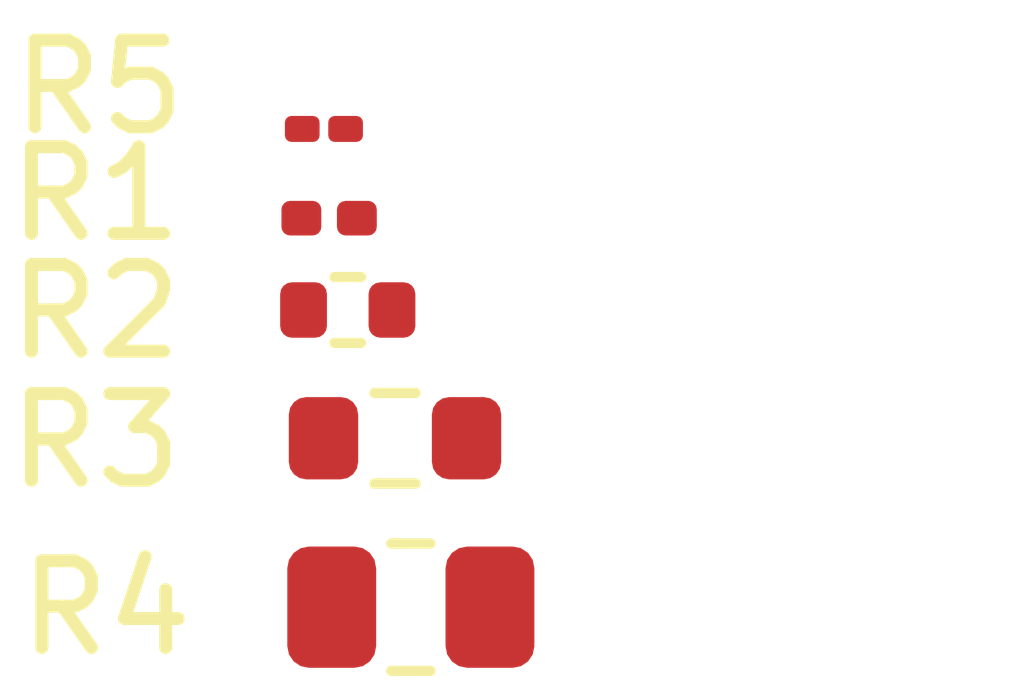
<source format=kicad_pcb>
(kicad_pcb (version 20240108) (generator "pcbnew") (generator_version "8.0")
  (layers (0 "F.Cu" signal) (31 "B.Cu" signal) (34 "B.Paste" user) (35 "F.Paste" user) (36 "B.SilkS" user "B.Silkscreen") (37 "F.SilkS" user "F.Silkscreen") (38 "B.Mask" user) (39 "F.Mask" user) (44 "Edge.Cuts" user))
  (net 0 "")
  (footprint "Resistor_SMD:R_0402_1005Metric" (layer "F.Cu") (at 145.88 82.1)
    (property "Reference" "R2" (at -2.91 0.02 0) (layer "F.SilkS"))
    (property "Value" "0402")
    (fp_line (start -0.153641 -0.38) (end 0.153641 -0.38) (stroke (width 0.12)) (layer "F.SilkS"))
    (fp_line (start -0.153641 0.38) (end 0.153641 0.38) (stroke (width 0.12)) (layer "F.SilkS"))
    (pad "1" smd roundrect (at -0.51 0) (size 0.54 0.64) (layers "F.Cu" "F.Paste" "F.Mask"))
    (pad "2" smd roundrect (at 0.51 0) (size 0.54 0.64) (layers "F.Cu" "F.Paste" "F.Mask"))
  )
  (footprint "Resistor_SMD:R_01005_0402Metric" (layer "F.Cu") (at 145.605 80.01)
    (property "Reference" "R5" (at -2.595 -0.48 0) (layer "F.SilkS"))
    (property "Value" "01005")
    (pad "1" smd roundrect (at -0.25 0) (size 0.4 0.3) (layers "F.Cu" "F.Mask"))
    (pad "2" smd roundrect (at 0.25 0) (size 0.4 0.3) (layers "F.Cu" "F.Mask"))
  )
  (footprint "Resistor_SMD:R_0603_1608Metric" (layer "F.Cu") (at 146.425 83.58)
    (property "Reference" "R3" (at -3.455 0.03 0) (layer "F.SilkS"))
    (property "Value" "0603")
    (fp_line (start -0.237258 -0.5225) (end 0.237258 -0.5225) (stroke (width 0.12)) (layer "F.SilkS"))
    (fp_line (start -0.237258 0.5225) (end 0.237258 0.5225) (stroke (width 0.12)) (layer "F.SilkS"))
    (pad "1" smd roundrect (at -0.825 0) (size 0.8 0.95) (layers "F.Cu" "F.Paste" "F.Mask"))
    (pad "2" smd roundrect (at 0.825 0) (size 0.8 0.95) (layers "F.Cu" "F.Paste" "F.Mask"))
  )
  (footprint "Resistor_SMD:R_0805_2012Metric" (layer "F.Cu") (at 146.6075 85.53)
    (property "Reference" "R4" (at -3.5175 0.01 0) (layer "F.SilkS"))
    (property "Value" "0805")
    (fp_line (start -0.227064 -0.735) (end 0.227064 -0.735) (stroke (width 0.12)) (layer "F.SilkS"))
    (fp_line (start -0.227064 0.735) (end 0.227064 0.735) (stroke (width 0.12)) (layer "F.SilkS"))
    (pad "1" smd roundrect (at -0.9125 0) (size 1.025 1.4) (layers "F.Cu" "F.Paste" "F.Mask") (roundrect_rratio 0.243902))
    (pad "2" smd roundrect (at 0.9125 0) (size 1.025 1.4) (layers "F.Cu" "F.Paste" "F.Mask") (roundrect_rratio 0.243902))
  )
  (footprint "Resistor_SMD:R_0201_0603Metric" (layer "F.Cu") (at 145.665 81.04)
    (property "Reference" "R1" (at -2.695 -0.28 0) (layer "F.SilkS"))
    (property "Value" "0201")
    (pad "1" smd roundrect (at -0.32 0) (size 0.46 0.4) (layers "F.Cu" "F.Mask"))
    (pad "2" smd roundrect (at 0.32 0) (size 0.46 0.4) (layers "F.Cu" "F.Mask"))
  )
)
</source>
